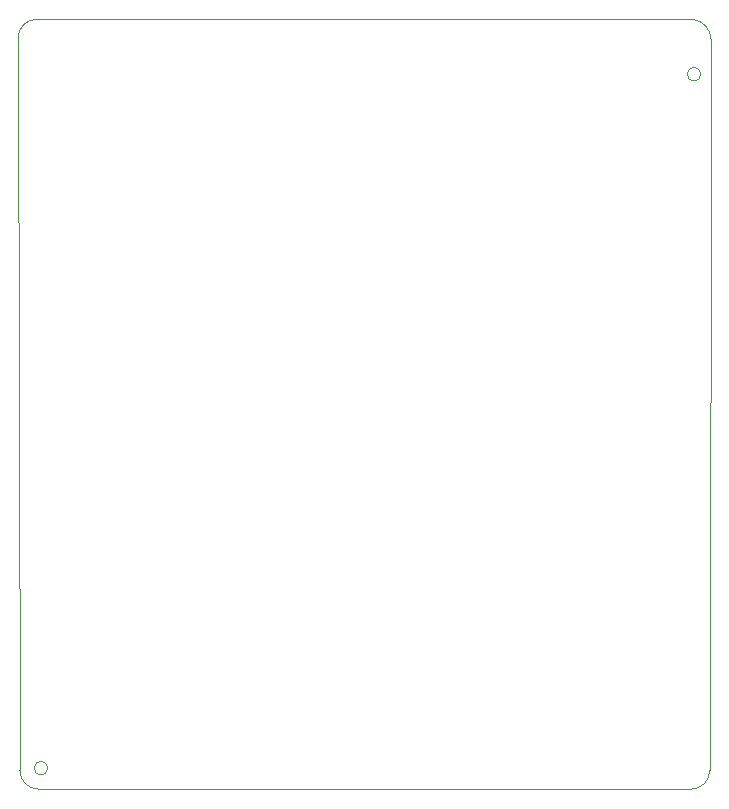
<source format=gm1>
%TF.GenerationSoftware,KiCad,Pcbnew,(6.0.10)*%
%TF.CreationDate,2023-01-30T18:20:24-07:00*%
%TF.ProjectId,nepcropad,6e657063-726f-4706-9164-2e6b69636164,rev?*%
%TF.SameCoordinates,Original*%
%TF.FileFunction,Profile,NP*%
%FSLAX46Y46*%
G04 Gerber Fmt 4.6, Leading zero omitted, Abs format (unit mm)*
G04 Created by KiCad (PCBNEW (6.0.10)) date 2023-01-30 18:20:24*
%MOMM*%
%LPD*%
G01*
G04 APERTURE LIST*
%TA.AperFunction,Profile*%
%ADD10C,0.100000*%
%TD*%
G04 APERTURE END LIST*
D10*
X124936250Y-118268750D02*
G75*
G03*
X126523750Y-119856250I1587550J50D01*
G01*
X127296000Y-118080000D02*
G75*
G03*
X127296000Y-118080000I-576000J0D01*
G01*
X181768750Y-119856250D02*
G75*
G03*
X183356250Y-118268750I-50J1587550D01*
G01*
X182592000Y-59328000D02*
G75*
G03*
X182592000Y-59328000I-576000J0D01*
G01*
X183356250Y-118268750D02*
X183463178Y-56425009D01*
X181875678Y-54678759D02*
X126365000Y-54678759D01*
X181768750Y-119856250D02*
X126523750Y-119856250D01*
X126365000Y-54678700D02*
G75*
G03*
X124777500Y-56266259I100J-1587600D01*
G01*
X183463178Y-56425009D02*
G75*
G03*
X181875678Y-54678759I-1754178J9D01*
G01*
X124936250Y-118268750D02*
X124777500Y-56266259D01*
M02*

</source>
